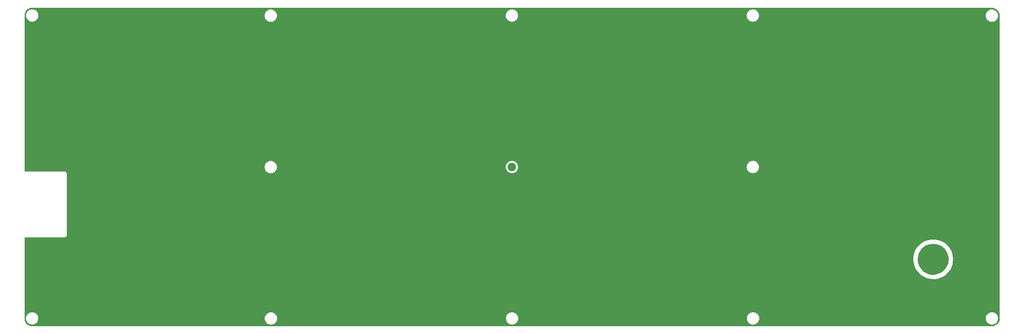
<source format=gbr>
G04 #@! TF.GenerationSoftware,KiCad,Pcbnew,(5.1.4-0-10_14)*
G04 #@! TF.CreationDate,2020-04-12T12:15:55-07:00*
G04 #@! TF.ProjectId,bottom_plate,626f7474-6f6d-45f7-906c-6174652e6b69,rev?*
G04 #@! TF.SameCoordinates,Original*
G04 #@! TF.FileFunction,Copper,L2,Bot*
G04 #@! TF.FilePolarity,Positive*
%FSLAX46Y46*%
G04 Gerber Fmt 4.6, Leading zero omitted, Abs format (unit mm)*
G04 Created by KiCad (PCBNEW (5.1.4-0-10_14)) date 2020-04-12 12:15:55*
%MOMM*%
%LPD*%
G04 APERTURE LIST*
%ADD10C,2.200000*%
%ADD11C,0.254000*%
G04 APERTURE END LIST*
D10*
X144881600Y-58699400D03*
D11*
G36*
X271571708Y-17852790D02*
G01*
X272086000Y-18787868D01*
X272086001Y-98754342D01*
X271690733Y-99553662D01*
X270589918Y-100128000D01*
X19224695Y-100128000D01*
X18249020Y-99616933D01*
X17791500Y-98701894D01*
X17791500Y-98050917D01*
X17924600Y-98050917D01*
X17924600Y-98392683D01*
X17991275Y-98727881D01*
X18122063Y-99043631D01*
X18311937Y-99327798D01*
X18553602Y-99569463D01*
X18837769Y-99759337D01*
X19153519Y-99890125D01*
X19488717Y-99956800D01*
X19830483Y-99956800D01*
X20165681Y-99890125D01*
X20481431Y-99759337D01*
X20765598Y-99569463D01*
X21007263Y-99327798D01*
X21197137Y-99043631D01*
X21327925Y-98727881D01*
X21394600Y-98392683D01*
X21394600Y-98076317D01*
X80256200Y-98076317D01*
X80256200Y-98418083D01*
X80322875Y-98753281D01*
X80453663Y-99069031D01*
X80643537Y-99353198D01*
X80885202Y-99594863D01*
X81169369Y-99784737D01*
X81485119Y-99915525D01*
X81820317Y-99982200D01*
X82162083Y-99982200D01*
X82497281Y-99915525D01*
X82813031Y-99784737D01*
X83097198Y-99594863D01*
X83338863Y-99353198D01*
X83528737Y-99069031D01*
X83659525Y-98753281D01*
X83726200Y-98418083D01*
X83726200Y-98076317D01*
X83721148Y-98050917D01*
X143197400Y-98050917D01*
X143197400Y-98392683D01*
X143264075Y-98727881D01*
X143394863Y-99043631D01*
X143584737Y-99327798D01*
X143826402Y-99569463D01*
X144110569Y-99759337D01*
X144426319Y-99890125D01*
X144761517Y-99956800D01*
X145103283Y-99956800D01*
X145438481Y-99890125D01*
X145754231Y-99759337D01*
X146038398Y-99569463D01*
X146280063Y-99327798D01*
X146469937Y-99043631D01*
X146600725Y-98727881D01*
X146667400Y-98392683D01*
X146667400Y-98050917D01*
X206087800Y-98050917D01*
X206087800Y-98392683D01*
X206154475Y-98727881D01*
X206285263Y-99043631D01*
X206475137Y-99327798D01*
X206716802Y-99569463D01*
X207000969Y-99759337D01*
X207316719Y-99890125D01*
X207651917Y-99956800D01*
X207993683Y-99956800D01*
X208328881Y-99890125D01*
X208644631Y-99759337D01*
X208928798Y-99569463D01*
X209170463Y-99327798D01*
X209360337Y-99043631D01*
X209491125Y-98727881D01*
X209557800Y-98392683D01*
X209557800Y-98050917D01*
X268444800Y-98050917D01*
X268444800Y-98392683D01*
X268511475Y-98727881D01*
X268642263Y-99043631D01*
X268832137Y-99327798D01*
X269073802Y-99569463D01*
X269357969Y-99759337D01*
X269673719Y-99890125D01*
X270008917Y-99956800D01*
X270350683Y-99956800D01*
X270685881Y-99890125D01*
X271001631Y-99759337D01*
X271285798Y-99569463D01*
X271527463Y-99327798D01*
X271717337Y-99043631D01*
X271848125Y-98727881D01*
X271914800Y-98392683D01*
X271914800Y-98050917D01*
X271848125Y-97715719D01*
X271717337Y-97399969D01*
X271527463Y-97115802D01*
X271285798Y-96874137D01*
X271001631Y-96684263D01*
X270685881Y-96553475D01*
X270350683Y-96486800D01*
X270008917Y-96486800D01*
X269673719Y-96553475D01*
X269357969Y-96684263D01*
X269073802Y-96874137D01*
X268832137Y-97115802D01*
X268642263Y-97399969D01*
X268511475Y-97715719D01*
X268444800Y-98050917D01*
X209557800Y-98050917D01*
X209491125Y-97715719D01*
X209360337Y-97399969D01*
X209170463Y-97115802D01*
X208928798Y-96874137D01*
X208644631Y-96684263D01*
X208328881Y-96553475D01*
X207993683Y-96486800D01*
X207651917Y-96486800D01*
X207316719Y-96553475D01*
X207000969Y-96684263D01*
X206716802Y-96874137D01*
X206475137Y-97115802D01*
X206285263Y-97399969D01*
X206154475Y-97715719D01*
X206087800Y-98050917D01*
X146667400Y-98050917D01*
X146600725Y-97715719D01*
X146469937Y-97399969D01*
X146280063Y-97115802D01*
X146038398Y-96874137D01*
X145754231Y-96684263D01*
X145438481Y-96553475D01*
X145103283Y-96486800D01*
X144761517Y-96486800D01*
X144426319Y-96553475D01*
X144110569Y-96684263D01*
X143826402Y-96874137D01*
X143584737Y-97115802D01*
X143394863Y-97399969D01*
X143264075Y-97715719D01*
X143197400Y-98050917D01*
X83721148Y-98050917D01*
X83659525Y-97741119D01*
X83528737Y-97425369D01*
X83338863Y-97141202D01*
X83097198Y-96899537D01*
X82813031Y-96709663D01*
X82497281Y-96578875D01*
X82162083Y-96512200D01*
X81820317Y-96512200D01*
X81485119Y-96578875D01*
X81169369Y-96709663D01*
X80885202Y-96899537D01*
X80643537Y-97141202D01*
X80453663Y-97425369D01*
X80322875Y-97741119D01*
X80256200Y-98076317D01*
X21394600Y-98076317D01*
X21394600Y-98050917D01*
X21327925Y-97715719D01*
X21197137Y-97399969D01*
X21007263Y-97115802D01*
X20765598Y-96874137D01*
X20481431Y-96684263D01*
X20165681Y-96553475D01*
X19830483Y-96486800D01*
X19488717Y-96486800D01*
X19153519Y-96553475D01*
X18837769Y-96684263D01*
X18553602Y-96874137D01*
X18311937Y-97115802D01*
X18122063Y-97399969D01*
X17991275Y-97715719D01*
X17924600Y-98050917D01*
X17791500Y-98050917D01*
X17791500Y-83205661D01*
X249523074Y-83205661D01*
X249525466Y-83234907D01*
X249765466Y-84434907D01*
X249775088Y-84464076D01*
X250255088Y-85484076D01*
X250270942Y-85509477D01*
X250960942Y-86369477D01*
X250973101Y-86382616D01*
X251783101Y-87142616D01*
X251793020Y-87151010D01*
X251814205Y-87164088D01*
X253184205Y-87834088D01*
X253212860Y-87844066D01*
X254172860Y-88054066D01*
X254188998Y-88056523D01*
X254878998Y-88116523D01*
X254899977Y-88115274D01*
X254913444Y-88123712D01*
X254936714Y-88132560D01*
X254961264Y-88136699D01*
X254986150Y-88135969D01*
X256156150Y-87985969D01*
X256190904Y-87976352D01*
X257310904Y-87486352D01*
X257326033Y-87478483D01*
X258246033Y-86918483D01*
X258274398Y-86894959D01*
X258904398Y-86194959D01*
X258910809Y-86187243D01*
X259500809Y-85417243D01*
X259508360Y-85406236D01*
X259519199Y-85383823D01*
X260019199Y-84023823D01*
X260026651Y-83989413D01*
X260136651Y-82509413D01*
X260135294Y-82479251D01*
X259875294Y-80909251D01*
X259871709Y-80893723D01*
X259862293Y-80870676D01*
X259302293Y-79810676D01*
X259285259Y-79786008D01*
X258465259Y-78856008D01*
X258444270Y-78836981D01*
X257584270Y-78216981D01*
X257564200Y-78205147D01*
X256674200Y-77785147D01*
X256646814Y-77775863D01*
X255396814Y-77505863D01*
X255370000Y-77503000D01*
X254160000Y-77503000D01*
X254128990Y-77506844D01*
X252738990Y-77856844D01*
X252722890Y-77862061D01*
X252700786Y-77873518D01*
X251500786Y-78653518D01*
X251481665Y-78668753D01*
X250541665Y-79578753D01*
X250520743Y-79605255D01*
X249880743Y-80685255D01*
X249874290Y-80697653D01*
X249866301Y-80721233D01*
X249566301Y-82011233D01*
X249563074Y-82035661D01*
X249536152Y-82823115D01*
X249523074Y-83205661D01*
X17791500Y-83205661D01*
X17791500Y-77189400D01*
X28057523Y-77189400D01*
X28092400Y-77192835D01*
X28127277Y-77189400D01*
X28231584Y-77179127D01*
X28365420Y-77138528D01*
X28488763Y-77072600D01*
X28596875Y-76983875D01*
X28685600Y-76875763D01*
X28751528Y-76752420D01*
X28792127Y-76618584D01*
X28805835Y-76479400D01*
X28802400Y-76444523D01*
X28802400Y-60499576D01*
X28805835Y-60464700D01*
X28792127Y-60325516D01*
X28751528Y-60191680D01*
X28685600Y-60068337D01*
X28596875Y-59960225D01*
X28488763Y-59871500D01*
X28365420Y-59805572D01*
X28231584Y-59764973D01*
X28127277Y-59754700D01*
X28092400Y-59751265D01*
X28057523Y-59754700D01*
X17791500Y-59754700D01*
X17791500Y-58553917D01*
X80205400Y-58553917D01*
X80205400Y-58895683D01*
X80272075Y-59230881D01*
X80402863Y-59546631D01*
X80592737Y-59830798D01*
X80834402Y-60072463D01*
X81118569Y-60262337D01*
X81434319Y-60393125D01*
X81769517Y-60459800D01*
X82111283Y-60459800D01*
X82446481Y-60393125D01*
X82762231Y-60262337D01*
X83046398Y-60072463D01*
X83288063Y-59830798D01*
X83477937Y-59546631D01*
X83608725Y-59230881D01*
X83675400Y-58895683D01*
X83675400Y-58553917D01*
X83670348Y-58528517D01*
X143146600Y-58528517D01*
X143146600Y-58870283D01*
X143213275Y-59205481D01*
X143344063Y-59521231D01*
X143533937Y-59805398D01*
X143775602Y-60047063D01*
X144059769Y-60236937D01*
X144375519Y-60367725D01*
X144710717Y-60434400D01*
X145052483Y-60434400D01*
X145387681Y-60367725D01*
X145703431Y-60236937D01*
X145987598Y-60047063D01*
X146229263Y-59805398D01*
X146419137Y-59521231D01*
X146549925Y-59205481D01*
X146616600Y-58870283D01*
X146616600Y-58528517D01*
X206037000Y-58528517D01*
X206037000Y-58870283D01*
X206103675Y-59205481D01*
X206234463Y-59521231D01*
X206424337Y-59805398D01*
X206666002Y-60047063D01*
X206950169Y-60236937D01*
X207265919Y-60367725D01*
X207601117Y-60434400D01*
X207942883Y-60434400D01*
X208278081Y-60367725D01*
X208593831Y-60236937D01*
X208877998Y-60047063D01*
X209119663Y-59805398D01*
X209309537Y-59521231D01*
X209440325Y-59205481D01*
X209507000Y-58870283D01*
X209507000Y-58528517D01*
X209440325Y-58193319D01*
X209309537Y-57877569D01*
X209119663Y-57593402D01*
X208877998Y-57351737D01*
X208593831Y-57161863D01*
X208278081Y-57031075D01*
X207942883Y-56964400D01*
X207601117Y-56964400D01*
X207265919Y-57031075D01*
X206950169Y-57161863D01*
X206666002Y-57351737D01*
X206424337Y-57593402D01*
X206234463Y-57877569D01*
X206103675Y-58193319D01*
X206037000Y-58528517D01*
X146616600Y-58528517D01*
X146549925Y-58193319D01*
X146419137Y-57877569D01*
X146229263Y-57593402D01*
X145987598Y-57351737D01*
X145703431Y-57161863D01*
X145387681Y-57031075D01*
X145052483Y-56964400D01*
X144710717Y-56964400D01*
X144375519Y-57031075D01*
X144059769Y-57161863D01*
X143775602Y-57351737D01*
X143533937Y-57593402D01*
X143344063Y-57877569D01*
X143213275Y-58193319D01*
X143146600Y-58528517D01*
X83670348Y-58528517D01*
X83608725Y-58218719D01*
X83477937Y-57902969D01*
X83288063Y-57618802D01*
X83046398Y-57377137D01*
X82762231Y-57187263D01*
X82446481Y-57056475D01*
X82111283Y-56989800D01*
X81769517Y-56989800D01*
X81434319Y-57056475D01*
X81118569Y-57187263D01*
X80834402Y-57377137D01*
X80592737Y-57618802D01*
X80402863Y-57902969D01*
X80272075Y-58218719D01*
X80205400Y-58553917D01*
X17791500Y-58553917D01*
X17791500Y-18968017D01*
X17937300Y-18968017D01*
X17937300Y-19309783D01*
X18003975Y-19644981D01*
X18134763Y-19960731D01*
X18324637Y-20244898D01*
X18566302Y-20486563D01*
X18850469Y-20676437D01*
X19166219Y-20807225D01*
X19501417Y-20873900D01*
X19843183Y-20873900D01*
X20178381Y-20807225D01*
X20494131Y-20676437D01*
X20778298Y-20486563D01*
X21019963Y-20244898D01*
X21209837Y-19960731D01*
X21340625Y-19644981D01*
X21407300Y-19309783D01*
X21407300Y-19006117D01*
X80205400Y-19006117D01*
X80205400Y-19347883D01*
X80272075Y-19683081D01*
X80402863Y-19998831D01*
X80592737Y-20282998D01*
X80834402Y-20524663D01*
X81118569Y-20714537D01*
X81434319Y-20845325D01*
X81769517Y-20912000D01*
X82111283Y-20912000D01*
X82446481Y-20845325D01*
X82762231Y-20714537D01*
X83046398Y-20524663D01*
X83288063Y-20282998D01*
X83477937Y-19998831D01*
X83608725Y-19683081D01*
X83675400Y-19347883D01*
X83675400Y-19006117D01*
X83670348Y-18980717D01*
X143146600Y-18980717D01*
X143146600Y-19322483D01*
X143213275Y-19657681D01*
X143344063Y-19973431D01*
X143533937Y-20257598D01*
X143775602Y-20499263D01*
X144059769Y-20689137D01*
X144375519Y-20819925D01*
X144710717Y-20886600D01*
X145052483Y-20886600D01*
X145387681Y-20819925D01*
X145703431Y-20689137D01*
X145987598Y-20499263D01*
X146229263Y-20257598D01*
X146419137Y-19973431D01*
X146549925Y-19657681D01*
X146616600Y-19322483D01*
X146616600Y-18980717D01*
X206037000Y-18980717D01*
X206037000Y-19322483D01*
X206103675Y-19657681D01*
X206234463Y-19973431D01*
X206424337Y-20257598D01*
X206666002Y-20499263D01*
X206950169Y-20689137D01*
X207265919Y-20819925D01*
X207601117Y-20886600D01*
X207942883Y-20886600D01*
X208278081Y-20819925D01*
X208593831Y-20689137D01*
X208877998Y-20499263D01*
X209119663Y-20257598D01*
X209309537Y-19973431D01*
X209440325Y-19657681D01*
X209507000Y-19322483D01*
X209507000Y-19006117D01*
X268432100Y-19006117D01*
X268432100Y-19347883D01*
X268498775Y-19683081D01*
X268629563Y-19998831D01*
X268819437Y-20282998D01*
X269061102Y-20524663D01*
X269345269Y-20714537D01*
X269661019Y-20845325D01*
X269996217Y-20912000D01*
X270337983Y-20912000D01*
X270673181Y-20845325D01*
X270988931Y-20714537D01*
X271273098Y-20524663D01*
X271514763Y-20282998D01*
X271704637Y-19998831D01*
X271835425Y-19683081D01*
X271902100Y-19347883D01*
X271902100Y-19006117D01*
X271835425Y-18670919D01*
X271704637Y-18355169D01*
X271514763Y-18071002D01*
X271273098Y-17829337D01*
X270988931Y-17639463D01*
X270673181Y-17508675D01*
X270337983Y-17442000D01*
X269996217Y-17442000D01*
X269661019Y-17508675D01*
X269345269Y-17639463D01*
X269061102Y-17829337D01*
X268819437Y-18071002D01*
X268629563Y-18355169D01*
X268498775Y-18670919D01*
X268432100Y-19006117D01*
X209507000Y-19006117D01*
X209507000Y-18980717D01*
X209440325Y-18645519D01*
X209309537Y-18329769D01*
X209119663Y-18045602D01*
X208877998Y-17803937D01*
X208593831Y-17614063D01*
X208278081Y-17483275D01*
X207942883Y-17416600D01*
X207601117Y-17416600D01*
X207265919Y-17483275D01*
X206950169Y-17614063D01*
X206666002Y-17803937D01*
X206424337Y-18045602D01*
X206234463Y-18329769D01*
X206103675Y-18645519D01*
X206037000Y-18980717D01*
X146616600Y-18980717D01*
X146549925Y-18645519D01*
X146419137Y-18329769D01*
X146229263Y-18045602D01*
X145987598Y-17803937D01*
X145703431Y-17614063D01*
X145387681Y-17483275D01*
X145052483Y-17416600D01*
X144710717Y-17416600D01*
X144375519Y-17483275D01*
X144059769Y-17614063D01*
X143775602Y-17803937D01*
X143533937Y-18045602D01*
X143344063Y-18329769D01*
X143213275Y-18645519D01*
X143146600Y-18980717D01*
X83670348Y-18980717D01*
X83608725Y-18670919D01*
X83477937Y-18355169D01*
X83288063Y-18071002D01*
X83046398Y-17829337D01*
X82762231Y-17639463D01*
X82446481Y-17508675D01*
X82111283Y-17442000D01*
X81769517Y-17442000D01*
X81434319Y-17508675D01*
X81118569Y-17639463D01*
X80834402Y-17829337D01*
X80592737Y-18071002D01*
X80402863Y-18355169D01*
X80272075Y-18670919D01*
X80205400Y-19006117D01*
X21407300Y-19006117D01*
X21407300Y-18968017D01*
X21340625Y-18632819D01*
X21209837Y-18317069D01*
X21019963Y-18032902D01*
X20778298Y-17791237D01*
X20494131Y-17601363D01*
X20178381Y-17470575D01*
X19843183Y-17403900D01*
X19501417Y-17403900D01*
X19166219Y-17470575D01*
X18850469Y-17601363D01*
X18566302Y-17791237D01*
X18324637Y-18032902D01*
X18134763Y-18317069D01*
X18003975Y-18632819D01*
X17937300Y-18968017D01*
X17791500Y-18968017D01*
X17791500Y-18765917D01*
X18255719Y-17791058D01*
X19224695Y-17283500D01*
X270575451Y-17283500D01*
X271571708Y-17852790D01*
X271571708Y-17852790D01*
G37*
X271571708Y-17852790D02*
X272086000Y-18787868D01*
X272086001Y-98754342D01*
X271690733Y-99553662D01*
X270589918Y-100128000D01*
X19224695Y-100128000D01*
X18249020Y-99616933D01*
X17791500Y-98701894D01*
X17791500Y-98050917D01*
X17924600Y-98050917D01*
X17924600Y-98392683D01*
X17991275Y-98727881D01*
X18122063Y-99043631D01*
X18311937Y-99327798D01*
X18553602Y-99569463D01*
X18837769Y-99759337D01*
X19153519Y-99890125D01*
X19488717Y-99956800D01*
X19830483Y-99956800D01*
X20165681Y-99890125D01*
X20481431Y-99759337D01*
X20765598Y-99569463D01*
X21007263Y-99327798D01*
X21197137Y-99043631D01*
X21327925Y-98727881D01*
X21394600Y-98392683D01*
X21394600Y-98076317D01*
X80256200Y-98076317D01*
X80256200Y-98418083D01*
X80322875Y-98753281D01*
X80453663Y-99069031D01*
X80643537Y-99353198D01*
X80885202Y-99594863D01*
X81169369Y-99784737D01*
X81485119Y-99915525D01*
X81820317Y-99982200D01*
X82162083Y-99982200D01*
X82497281Y-99915525D01*
X82813031Y-99784737D01*
X83097198Y-99594863D01*
X83338863Y-99353198D01*
X83528737Y-99069031D01*
X83659525Y-98753281D01*
X83726200Y-98418083D01*
X83726200Y-98076317D01*
X83721148Y-98050917D01*
X143197400Y-98050917D01*
X143197400Y-98392683D01*
X143264075Y-98727881D01*
X143394863Y-99043631D01*
X143584737Y-99327798D01*
X143826402Y-99569463D01*
X144110569Y-99759337D01*
X144426319Y-99890125D01*
X144761517Y-99956800D01*
X145103283Y-99956800D01*
X145438481Y-99890125D01*
X145754231Y-99759337D01*
X146038398Y-99569463D01*
X146280063Y-99327798D01*
X146469937Y-99043631D01*
X146600725Y-98727881D01*
X146667400Y-98392683D01*
X146667400Y-98050917D01*
X206087800Y-98050917D01*
X206087800Y-98392683D01*
X206154475Y-98727881D01*
X206285263Y-99043631D01*
X206475137Y-99327798D01*
X206716802Y-99569463D01*
X207000969Y-99759337D01*
X207316719Y-99890125D01*
X207651917Y-99956800D01*
X207993683Y-99956800D01*
X208328881Y-99890125D01*
X208644631Y-99759337D01*
X208928798Y-99569463D01*
X209170463Y-99327798D01*
X209360337Y-99043631D01*
X209491125Y-98727881D01*
X209557800Y-98392683D01*
X209557800Y-98050917D01*
X268444800Y-98050917D01*
X268444800Y-98392683D01*
X268511475Y-98727881D01*
X268642263Y-99043631D01*
X268832137Y-99327798D01*
X269073802Y-99569463D01*
X269357969Y-99759337D01*
X269673719Y-99890125D01*
X270008917Y-99956800D01*
X270350683Y-99956800D01*
X270685881Y-99890125D01*
X271001631Y-99759337D01*
X271285798Y-99569463D01*
X271527463Y-99327798D01*
X271717337Y-99043631D01*
X271848125Y-98727881D01*
X271914800Y-98392683D01*
X271914800Y-98050917D01*
X271848125Y-97715719D01*
X271717337Y-97399969D01*
X271527463Y-97115802D01*
X271285798Y-96874137D01*
X271001631Y-96684263D01*
X270685881Y-96553475D01*
X270350683Y-96486800D01*
X270008917Y-96486800D01*
X269673719Y-96553475D01*
X269357969Y-96684263D01*
X269073802Y-96874137D01*
X268832137Y-97115802D01*
X268642263Y-97399969D01*
X268511475Y-97715719D01*
X268444800Y-98050917D01*
X209557800Y-98050917D01*
X209491125Y-97715719D01*
X209360337Y-97399969D01*
X209170463Y-97115802D01*
X208928798Y-96874137D01*
X208644631Y-96684263D01*
X208328881Y-96553475D01*
X207993683Y-96486800D01*
X207651917Y-96486800D01*
X207316719Y-96553475D01*
X207000969Y-96684263D01*
X206716802Y-96874137D01*
X206475137Y-97115802D01*
X206285263Y-97399969D01*
X206154475Y-97715719D01*
X206087800Y-98050917D01*
X146667400Y-98050917D01*
X146600725Y-97715719D01*
X146469937Y-97399969D01*
X146280063Y-97115802D01*
X146038398Y-96874137D01*
X145754231Y-96684263D01*
X145438481Y-96553475D01*
X145103283Y-96486800D01*
X144761517Y-96486800D01*
X144426319Y-96553475D01*
X144110569Y-96684263D01*
X143826402Y-96874137D01*
X143584737Y-97115802D01*
X143394863Y-97399969D01*
X143264075Y-97715719D01*
X143197400Y-98050917D01*
X83721148Y-98050917D01*
X83659525Y-97741119D01*
X83528737Y-97425369D01*
X83338863Y-97141202D01*
X83097198Y-96899537D01*
X82813031Y-96709663D01*
X82497281Y-96578875D01*
X82162083Y-96512200D01*
X81820317Y-96512200D01*
X81485119Y-96578875D01*
X81169369Y-96709663D01*
X80885202Y-96899537D01*
X80643537Y-97141202D01*
X80453663Y-97425369D01*
X80322875Y-97741119D01*
X80256200Y-98076317D01*
X21394600Y-98076317D01*
X21394600Y-98050917D01*
X21327925Y-97715719D01*
X21197137Y-97399969D01*
X21007263Y-97115802D01*
X20765598Y-96874137D01*
X20481431Y-96684263D01*
X20165681Y-96553475D01*
X19830483Y-96486800D01*
X19488717Y-96486800D01*
X19153519Y-96553475D01*
X18837769Y-96684263D01*
X18553602Y-96874137D01*
X18311937Y-97115802D01*
X18122063Y-97399969D01*
X17991275Y-97715719D01*
X17924600Y-98050917D01*
X17791500Y-98050917D01*
X17791500Y-83205661D01*
X249523074Y-83205661D01*
X249525466Y-83234907D01*
X249765466Y-84434907D01*
X249775088Y-84464076D01*
X250255088Y-85484076D01*
X250270942Y-85509477D01*
X250960942Y-86369477D01*
X250973101Y-86382616D01*
X251783101Y-87142616D01*
X251793020Y-87151010D01*
X251814205Y-87164088D01*
X253184205Y-87834088D01*
X253212860Y-87844066D01*
X254172860Y-88054066D01*
X254188998Y-88056523D01*
X254878998Y-88116523D01*
X254899977Y-88115274D01*
X254913444Y-88123712D01*
X254936714Y-88132560D01*
X254961264Y-88136699D01*
X254986150Y-88135969D01*
X256156150Y-87985969D01*
X256190904Y-87976352D01*
X257310904Y-87486352D01*
X257326033Y-87478483D01*
X258246033Y-86918483D01*
X258274398Y-86894959D01*
X258904398Y-86194959D01*
X258910809Y-86187243D01*
X259500809Y-85417243D01*
X259508360Y-85406236D01*
X259519199Y-85383823D01*
X260019199Y-84023823D01*
X260026651Y-83989413D01*
X260136651Y-82509413D01*
X260135294Y-82479251D01*
X259875294Y-80909251D01*
X259871709Y-80893723D01*
X259862293Y-80870676D01*
X259302293Y-79810676D01*
X259285259Y-79786008D01*
X258465259Y-78856008D01*
X258444270Y-78836981D01*
X257584270Y-78216981D01*
X257564200Y-78205147D01*
X256674200Y-77785147D01*
X256646814Y-77775863D01*
X255396814Y-77505863D01*
X255370000Y-77503000D01*
X254160000Y-77503000D01*
X254128990Y-77506844D01*
X252738990Y-77856844D01*
X252722890Y-77862061D01*
X252700786Y-77873518D01*
X251500786Y-78653518D01*
X251481665Y-78668753D01*
X250541665Y-79578753D01*
X250520743Y-79605255D01*
X249880743Y-80685255D01*
X249874290Y-80697653D01*
X249866301Y-80721233D01*
X249566301Y-82011233D01*
X249563074Y-82035661D01*
X249536152Y-82823115D01*
X249523074Y-83205661D01*
X17791500Y-83205661D01*
X17791500Y-77189400D01*
X28057523Y-77189400D01*
X28092400Y-77192835D01*
X28127277Y-77189400D01*
X28231584Y-77179127D01*
X28365420Y-77138528D01*
X28488763Y-77072600D01*
X28596875Y-76983875D01*
X28685600Y-76875763D01*
X28751528Y-76752420D01*
X28792127Y-76618584D01*
X28805835Y-76479400D01*
X28802400Y-76444523D01*
X28802400Y-60499576D01*
X28805835Y-60464700D01*
X28792127Y-60325516D01*
X28751528Y-60191680D01*
X28685600Y-60068337D01*
X28596875Y-59960225D01*
X28488763Y-59871500D01*
X28365420Y-59805572D01*
X28231584Y-59764973D01*
X28127277Y-59754700D01*
X28092400Y-59751265D01*
X28057523Y-59754700D01*
X17791500Y-59754700D01*
X17791500Y-58553917D01*
X80205400Y-58553917D01*
X80205400Y-58895683D01*
X80272075Y-59230881D01*
X80402863Y-59546631D01*
X80592737Y-59830798D01*
X80834402Y-60072463D01*
X81118569Y-60262337D01*
X81434319Y-60393125D01*
X81769517Y-60459800D01*
X82111283Y-60459800D01*
X82446481Y-60393125D01*
X82762231Y-60262337D01*
X83046398Y-60072463D01*
X83288063Y-59830798D01*
X83477937Y-59546631D01*
X83608725Y-59230881D01*
X83675400Y-58895683D01*
X83675400Y-58553917D01*
X83670348Y-58528517D01*
X143146600Y-58528517D01*
X143146600Y-58870283D01*
X143213275Y-59205481D01*
X143344063Y-59521231D01*
X143533937Y-59805398D01*
X143775602Y-60047063D01*
X144059769Y-60236937D01*
X144375519Y-60367725D01*
X144710717Y-60434400D01*
X145052483Y-60434400D01*
X145387681Y-60367725D01*
X145703431Y-60236937D01*
X145987598Y-60047063D01*
X146229263Y-59805398D01*
X146419137Y-59521231D01*
X146549925Y-59205481D01*
X146616600Y-58870283D01*
X146616600Y-58528517D01*
X206037000Y-58528517D01*
X206037000Y-58870283D01*
X206103675Y-59205481D01*
X206234463Y-59521231D01*
X206424337Y-59805398D01*
X206666002Y-60047063D01*
X206950169Y-60236937D01*
X207265919Y-60367725D01*
X207601117Y-60434400D01*
X207942883Y-60434400D01*
X208278081Y-60367725D01*
X208593831Y-60236937D01*
X208877998Y-60047063D01*
X209119663Y-59805398D01*
X209309537Y-59521231D01*
X209440325Y-59205481D01*
X209507000Y-58870283D01*
X209507000Y-58528517D01*
X209440325Y-58193319D01*
X209309537Y-57877569D01*
X209119663Y-57593402D01*
X208877998Y-57351737D01*
X208593831Y-57161863D01*
X208278081Y-57031075D01*
X207942883Y-56964400D01*
X207601117Y-56964400D01*
X207265919Y-57031075D01*
X206950169Y-57161863D01*
X206666002Y-57351737D01*
X206424337Y-57593402D01*
X206234463Y-57877569D01*
X206103675Y-58193319D01*
X206037000Y-58528517D01*
X146616600Y-58528517D01*
X146549925Y-58193319D01*
X146419137Y-57877569D01*
X146229263Y-57593402D01*
X145987598Y-57351737D01*
X145703431Y-57161863D01*
X145387681Y-57031075D01*
X145052483Y-56964400D01*
X144710717Y-56964400D01*
X144375519Y-57031075D01*
X144059769Y-57161863D01*
X143775602Y-57351737D01*
X143533937Y-57593402D01*
X143344063Y-57877569D01*
X143213275Y-58193319D01*
X143146600Y-58528517D01*
X83670348Y-58528517D01*
X83608725Y-58218719D01*
X83477937Y-57902969D01*
X83288063Y-57618802D01*
X83046398Y-57377137D01*
X82762231Y-57187263D01*
X82446481Y-57056475D01*
X82111283Y-56989800D01*
X81769517Y-56989800D01*
X81434319Y-57056475D01*
X81118569Y-57187263D01*
X80834402Y-57377137D01*
X80592737Y-57618802D01*
X80402863Y-57902969D01*
X80272075Y-58218719D01*
X80205400Y-58553917D01*
X17791500Y-58553917D01*
X17791500Y-18968017D01*
X17937300Y-18968017D01*
X17937300Y-19309783D01*
X18003975Y-19644981D01*
X18134763Y-19960731D01*
X18324637Y-20244898D01*
X18566302Y-20486563D01*
X18850469Y-20676437D01*
X19166219Y-20807225D01*
X19501417Y-20873900D01*
X19843183Y-20873900D01*
X20178381Y-20807225D01*
X20494131Y-20676437D01*
X20778298Y-20486563D01*
X21019963Y-20244898D01*
X21209837Y-19960731D01*
X21340625Y-19644981D01*
X21407300Y-19309783D01*
X21407300Y-19006117D01*
X80205400Y-19006117D01*
X80205400Y-19347883D01*
X80272075Y-19683081D01*
X80402863Y-19998831D01*
X80592737Y-20282998D01*
X80834402Y-20524663D01*
X81118569Y-20714537D01*
X81434319Y-20845325D01*
X81769517Y-20912000D01*
X82111283Y-20912000D01*
X82446481Y-20845325D01*
X82762231Y-20714537D01*
X83046398Y-20524663D01*
X83288063Y-20282998D01*
X83477937Y-19998831D01*
X83608725Y-19683081D01*
X83675400Y-19347883D01*
X83675400Y-19006117D01*
X83670348Y-18980717D01*
X143146600Y-18980717D01*
X143146600Y-19322483D01*
X143213275Y-19657681D01*
X143344063Y-19973431D01*
X143533937Y-20257598D01*
X143775602Y-20499263D01*
X144059769Y-20689137D01*
X144375519Y-20819925D01*
X144710717Y-20886600D01*
X145052483Y-20886600D01*
X145387681Y-20819925D01*
X145703431Y-20689137D01*
X145987598Y-20499263D01*
X146229263Y-20257598D01*
X146419137Y-19973431D01*
X146549925Y-19657681D01*
X146616600Y-19322483D01*
X146616600Y-18980717D01*
X206037000Y-18980717D01*
X206037000Y-19322483D01*
X206103675Y-19657681D01*
X206234463Y-19973431D01*
X206424337Y-20257598D01*
X206666002Y-20499263D01*
X206950169Y-20689137D01*
X207265919Y-20819925D01*
X207601117Y-20886600D01*
X207942883Y-20886600D01*
X208278081Y-20819925D01*
X208593831Y-20689137D01*
X208877998Y-20499263D01*
X209119663Y-20257598D01*
X209309537Y-19973431D01*
X209440325Y-19657681D01*
X209507000Y-19322483D01*
X209507000Y-19006117D01*
X268432100Y-19006117D01*
X268432100Y-19347883D01*
X268498775Y-19683081D01*
X268629563Y-19998831D01*
X268819437Y-20282998D01*
X269061102Y-20524663D01*
X269345269Y-20714537D01*
X269661019Y-20845325D01*
X269996217Y-20912000D01*
X270337983Y-20912000D01*
X270673181Y-20845325D01*
X270988931Y-20714537D01*
X271273098Y-20524663D01*
X271514763Y-20282998D01*
X271704637Y-19998831D01*
X271835425Y-19683081D01*
X271902100Y-19347883D01*
X271902100Y-19006117D01*
X271835425Y-18670919D01*
X271704637Y-18355169D01*
X271514763Y-18071002D01*
X271273098Y-17829337D01*
X270988931Y-17639463D01*
X270673181Y-17508675D01*
X270337983Y-17442000D01*
X269996217Y-17442000D01*
X269661019Y-17508675D01*
X269345269Y-17639463D01*
X269061102Y-17829337D01*
X268819437Y-18071002D01*
X268629563Y-18355169D01*
X268498775Y-18670919D01*
X268432100Y-19006117D01*
X209507000Y-19006117D01*
X209507000Y-18980717D01*
X209440325Y-18645519D01*
X209309537Y-18329769D01*
X209119663Y-18045602D01*
X208877998Y-17803937D01*
X208593831Y-17614063D01*
X208278081Y-17483275D01*
X207942883Y-17416600D01*
X207601117Y-17416600D01*
X207265919Y-17483275D01*
X206950169Y-17614063D01*
X206666002Y-17803937D01*
X206424337Y-18045602D01*
X206234463Y-18329769D01*
X206103675Y-18645519D01*
X206037000Y-18980717D01*
X146616600Y-18980717D01*
X146549925Y-18645519D01*
X146419137Y-18329769D01*
X146229263Y-18045602D01*
X145987598Y-17803937D01*
X145703431Y-17614063D01*
X145387681Y-17483275D01*
X145052483Y-17416600D01*
X144710717Y-17416600D01*
X144375519Y-17483275D01*
X144059769Y-17614063D01*
X143775602Y-17803937D01*
X143533937Y-18045602D01*
X143344063Y-18329769D01*
X143213275Y-18645519D01*
X143146600Y-18980717D01*
X83670348Y-18980717D01*
X83608725Y-18670919D01*
X83477937Y-18355169D01*
X83288063Y-18071002D01*
X83046398Y-17829337D01*
X82762231Y-17639463D01*
X82446481Y-17508675D01*
X82111283Y-17442000D01*
X81769517Y-17442000D01*
X81434319Y-17508675D01*
X81118569Y-17639463D01*
X80834402Y-17829337D01*
X80592737Y-18071002D01*
X80402863Y-18355169D01*
X80272075Y-18670919D01*
X80205400Y-19006117D01*
X21407300Y-19006117D01*
X21407300Y-18968017D01*
X21340625Y-18632819D01*
X21209837Y-18317069D01*
X21019963Y-18032902D01*
X20778298Y-17791237D01*
X20494131Y-17601363D01*
X20178381Y-17470575D01*
X19843183Y-17403900D01*
X19501417Y-17403900D01*
X19166219Y-17470575D01*
X18850469Y-17601363D01*
X18566302Y-17791237D01*
X18324637Y-18032902D01*
X18134763Y-18317069D01*
X18003975Y-18632819D01*
X17937300Y-18968017D01*
X17791500Y-18968017D01*
X17791500Y-18765917D01*
X18255719Y-17791058D01*
X19224695Y-17283500D01*
X270575451Y-17283500D01*
X271571708Y-17852790D01*
G36*
X255761566Y-78965033D02*
G01*
X256756969Y-79341933D01*
X257734830Y-80106795D01*
X258451870Y-81221114D01*
X258761962Y-82461483D01*
X258674954Y-83776279D01*
X258016352Y-85103167D01*
X257008147Y-86053207D01*
X255988499Y-86519331D01*
X254950584Y-86766454D01*
X254932449Y-86772238D01*
X254910388Y-86783778D01*
X254907355Y-86786222D01*
X254904776Y-86785440D01*
X254880000Y-86783000D01*
X254524020Y-86783000D01*
X253704328Y-86599775D01*
X252363587Y-85890542D01*
X251320606Y-84545389D01*
X251044019Y-83887304D01*
X250918252Y-82823115D01*
X251170935Y-81316735D01*
X251955272Y-80096655D01*
X253036525Y-79247099D01*
X254629521Y-78868277D01*
X255761566Y-78965033D01*
X255761566Y-78965033D01*
G37*
X255761566Y-78965033D02*
X256756969Y-79341933D01*
X257734830Y-80106795D01*
X258451870Y-81221114D01*
X258761962Y-82461483D01*
X258674954Y-83776279D01*
X258016352Y-85103167D01*
X257008147Y-86053207D01*
X255988499Y-86519331D01*
X254950584Y-86766454D01*
X254932449Y-86772238D01*
X254910388Y-86783778D01*
X254907355Y-86786222D01*
X254904776Y-86785440D01*
X254880000Y-86783000D01*
X254524020Y-86783000D01*
X253704328Y-86599775D01*
X252363587Y-85890542D01*
X251320606Y-84545389D01*
X251044019Y-83887304D01*
X250918252Y-82823115D01*
X251170935Y-81316735D01*
X251955272Y-80096655D01*
X253036525Y-79247099D01*
X254629521Y-78868277D01*
X255761566Y-78965033D01*
M02*

</source>
